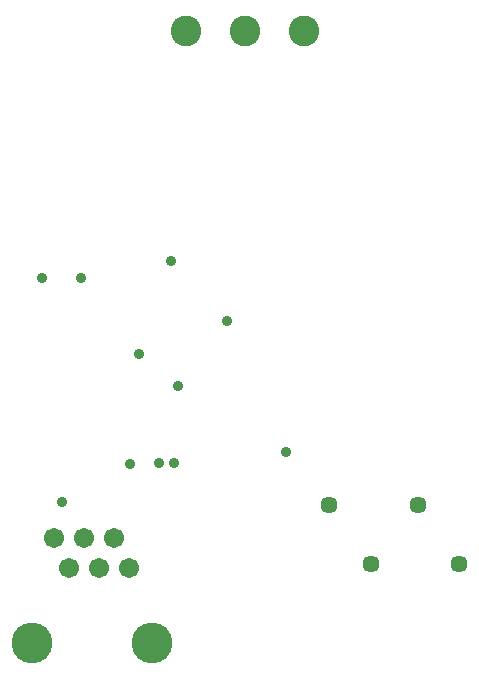
<source format=gbs>
%FSLAX44Y44*%
%MOMM*%
G71*
G01*
G75*
G04 Layer_Color=16711935*
%ADD10R,0.8000X0.9000*%
%ADD11R,0.9000X0.8000*%
%ADD12R,1.5000X0.8000*%
%ADD13R,0.8000X1.5000*%
%ADD14R,1.1000X1.2500*%
G04:AMPARAMS|DCode=15|XSize=1.25mm|YSize=1.1mm|CornerRadius=0.275mm|HoleSize=0mm|Usage=FLASHONLY|Rotation=90.000|XOffset=0mm|YOffset=0mm|HoleType=Round|Shape=RoundedRectangle|*
%AMROUNDEDRECTD15*
21,1,1.2500,0.5500,0,0,90.0*
21,1,0.7000,1.1000,0,0,90.0*
1,1,0.5500,0.2750,0.3500*
1,1,0.5500,0.2750,-0.3500*
1,1,0.5500,-0.2750,-0.3500*
1,1,0.5500,-0.2750,0.3500*
%
%ADD15ROUNDEDRECTD15*%
%ADD16R,1.6800X1.5600*%
%ADD17R,0.8000X0.8000*%
%ADD18R,0.8000X0.8000*%
%ADD19R,0.7000X0.9500*%
%ADD20R,5.6000X5.6000*%
%ADD21R,2.0000X1.2000*%
%ADD22R,5.5000X2.0000*%
%ADD23R,0.3000X0.8500*%
%ADD24R,0.8500X0.3000*%
%ADD25C,0.2540*%
%ADD26C,1.0000*%
%ADD27C,1.2500*%
%ADD28C,2.4000*%
%ADD29C,3.2500*%
%ADD30C,1.5000*%
%ADD31C,0.7000*%
%ADD32C,0.1000*%
%ADD33C,0.2000*%
%ADD34C,0.2500*%
%ADD35C,0.3000*%
%ADD36R,1.0032X1.1032*%
%ADD37R,1.1032X1.0032*%
%ADD38R,1.7032X1.0032*%
%ADD39R,1.0032X1.7032*%
%ADD40R,1.3032X1.4532*%
G04:AMPARAMS|DCode=41|XSize=1.4532mm|YSize=1.3032mm|CornerRadius=0.3766mm|HoleSize=0mm|Usage=FLASHONLY|Rotation=90.000|XOffset=0mm|YOffset=0mm|HoleType=Round|Shape=RoundedRectangle|*
%AMROUNDEDRECTD41*
21,1,1.4532,0.5500,0,0,90.0*
21,1,0.7000,1.3032,0,0,90.0*
1,1,0.7532,0.2750,0.3500*
1,1,0.7532,0.2750,-0.3500*
1,1,0.7532,-0.2750,-0.3500*
1,1,0.7532,-0.2750,0.3500*
%
%ADD41ROUNDEDRECTD41*%
%ADD42R,1.8832X1.7632*%
%ADD43R,1.0032X1.0032*%
%ADD44R,1.0032X1.0032*%
%ADD45R,0.9032X1.1532*%
%ADD46R,5.8032X5.8032*%
%ADD47R,2.2032X1.4032*%
%ADD48R,5.7032X2.2032*%
%ADD49R,0.5032X1.0532*%
%ADD50R,1.0532X0.5032*%
%ADD51C,1.4532*%
%ADD52C,2.6032*%
%ADD53C,3.4532*%
%ADD54C,1.7032*%
%ADD55C,0.9032*%
D51*
X383499Y89999D02*
D03*
X348499Y139999D02*
D03*
X273499D02*
D03*
X308499Y89999D02*
D03*
D52*
X251930Y541020D02*
D03*
X201930D02*
D03*
X151930D02*
D03*
D53*
X123190Y22810D02*
D03*
X21590D02*
D03*
D54*
X66090Y111810D02*
D03*
X78790Y86410D02*
D03*
X53390D02*
D03*
X40690Y111810D02*
D03*
X91490D02*
D03*
X104190Y86410D02*
D03*
D55*
X47500Y142250D02*
D03*
X139500Y346500D02*
D03*
X187250Y295500D02*
D03*
X142259Y175259D02*
D03*
X129500Y175250D02*
D03*
X112000Y268000D02*
D03*
X145000Y241000D02*
D03*
X237000Y185000D02*
D03*
X30000Y332000D02*
D03*
X105000Y175000D02*
D03*
X63000Y332000D02*
D03*
M02*

</source>
